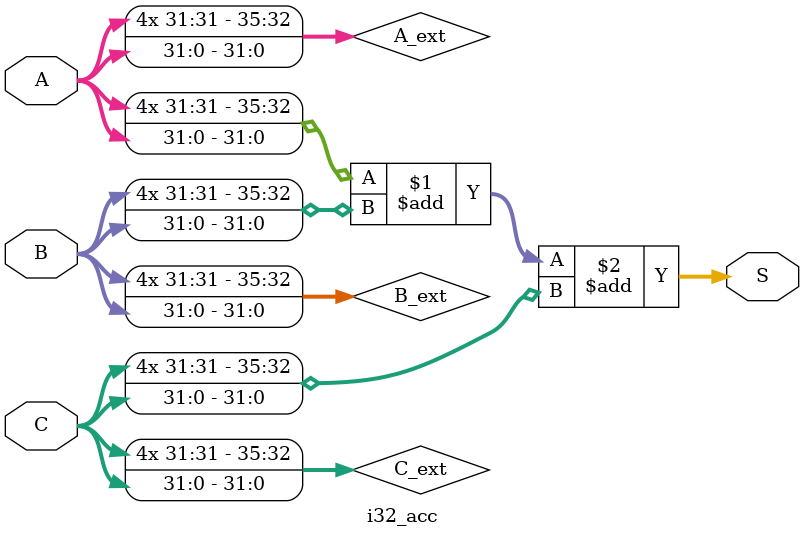
<source format=v>
module i32_acc(
    input signed [31:0] A,
    input signed [31:0] B,
    input signed [31:0] C,
    output signed [35:0] S
);

wire signed [35:0] A_ext = {{4{A[31]}}, A};
wire signed [35:0] B_ext = {{4{B[31]}}, B};
wire signed [35:0] C_ext = {{4{C[31]}}, C};

assign S = A_ext + B_ext + C_ext;

endmodule

</source>
